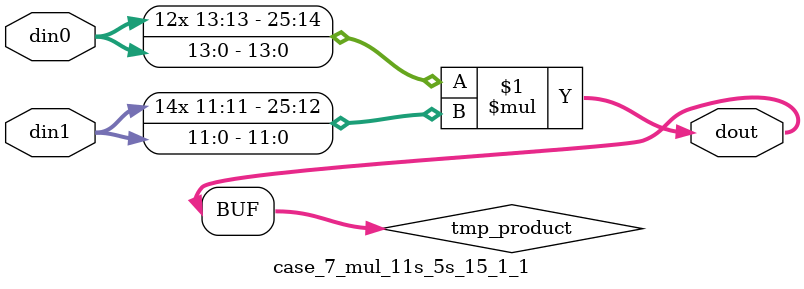
<source format=v>

`timescale 1 ns / 1 ps

 module case_7_mul_11s_5s_15_1_1(din0, din1, dout);
parameter ID = 1;
parameter NUM_STAGE = 0;
parameter din0_WIDTH = 14;
parameter din1_WIDTH = 12;
parameter dout_WIDTH = 26;

input [din0_WIDTH - 1 : 0] din0; 
input [din1_WIDTH - 1 : 0] din1; 
output [dout_WIDTH - 1 : 0] dout;

wire signed [dout_WIDTH - 1 : 0] tmp_product;



























assign tmp_product = $signed(din0) * $signed(din1);








assign dout = tmp_product;





















endmodule

</source>
